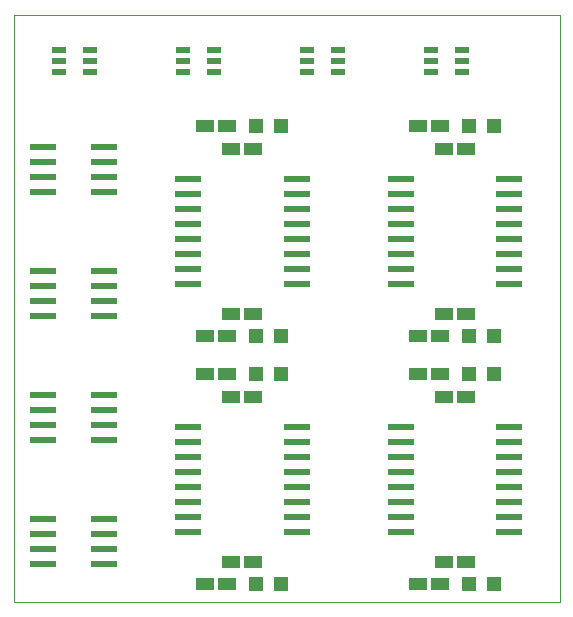
<source format=gtp>
G75*
G70*
%OFA0B0*%
%FSLAX24Y24*%
%IPPOS*%
%LPD*%
%AMOC8*
5,1,8,0,0,1.08239X$1,22.5*
%
%ADD10C,0.0000*%
%ADD11R,0.0472X0.0217*%
%ADD12R,0.0866X0.0236*%
%ADD13R,0.0591X0.0394*%
%ADD14R,0.0472X0.0472*%
D10*
X000141Y000101D02*
X000141Y019687D01*
X018350Y019687D01*
X018350Y000101D01*
X000141Y000101D01*
D11*
X001665Y017762D03*
X001665Y018136D03*
X001665Y018510D03*
X002688Y018510D03*
X002688Y018136D03*
X002688Y017762D03*
X005799Y017762D03*
X005799Y018136D03*
X005799Y018510D03*
X006822Y018510D03*
X006822Y018136D03*
X006822Y017762D03*
X009932Y017762D03*
X009932Y018136D03*
X009932Y018510D03*
X010956Y018510D03*
X010956Y018136D03*
X010956Y017762D03*
X014066Y017762D03*
X014066Y018136D03*
X014066Y018510D03*
X015090Y018510D03*
X015090Y018136D03*
X015090Y017762D03*
D12*
X016661Y014217D03*
X016661Y013717D03*
X016661Y013217D03*
X016661Y012717D03*
X016661Y012217D03*
X016661Y011717D03*
X016661Y011217D03*
X016661Y010717D03*
X013039Y010717D03*
X013039Y011217D03*
X013039Y011717D03*
X013039Y012217D03*
X013039Y012717D03*
X013039Y013217D03*
X013039Y013717D03*
X013039Y014217D03*
X009574Y014217D03*
X009574Y013717D03*
X009574Y013217D03*
X009574Y012717D03*
X009574Y012217D03*
X009574Y011717D03*
X009574Y011217D03*
X009574Y010717D03*
X005952Y010717D03*
X005952Y011217D03*
X005952Y011717D03*
X005952Y012217D03*
X005952Y012717D03*
X005952Y013217D03*
X005952Y013717D03*
X005952Y014217D03*
X003165Y014272D03*
X003165Y014772D03*
X003165Y015272D03*
X003165Y013772D03*
X001117Y013772D03*
X001117Y014272D03*
X001117Y014772D03*
X001117Y015272D03*
X001117Y011139D03*
X001117Y010639D03*
X001117Y010139D03*
X001117Y009639D03*
X003165Y009639D03*
X003165Y010139D03*
X003165Y010639D03*
X003165Y011139D03*
X003165Y007005D03*
X003165Y006505D03*
X003165Y006005D03*
X003165Y005505D03*
X001117Y005505D03*
X001117Y006005D03*
X001117Y006505D03*
X001117Y007005D03*
X001117Y002871D03*
X001117Y002371D03*
X001117Y001871D03*
X001117Y001371D03*
X003165Y001371D03*
X003165Y001871D03*
X003165Y002371D03*
X003165Y002871D03*
X005952Y002949D03*
X005952Y002449D03*
X005952Y003449D03*
X005952Y003949D03*
X005952Y004449D03*
X005952Y004949D03*
X005952Y005449D03*
X005952Y005949D03*
X009574Y005949D03*
X009574Y005449D03*
X009574Y004949D03*
X009574Y004449D03*
X009574Y003949D03*
X009574Y003449D03*
X009574Y002949D03*
X009574Y002449D03*
X013039Y002449D03*
X013039Y002949D03*
X013039Y003449D03*
X013039Y003949D03*
X013039Y004449D03*
X013039Y004949D03*
X013039Y005449D03*
X013039Y005949D03*
X016661Y005949D03*
X016661Y005449D03*
X016661Y004949D03*
X016661Y004449D03*
X016661Y003949D03*
X016661Y003449D03*
X016661Y002949D03*
X016661Y002449D03*
D13*
X015220Y001449D03*
X014480Y001449D03*
X014345Y000699D03*
X013605Y000699D03*
X008133Y001449D03*
X007393Y001449D03*
X007258Y000699D03*
X006518Y000699D03*
X007393Y006949D03*
X007258Y007699D03*
X006518Y007699D03*
X006518Y008967D03*
X007258Y008967D03*
X007393Y009717D03*
X008133Y009717D03*
X008133Y006949D03*
X013605Y007699D03*
X014345Y007699D03*
X014480Y006949D03*
X015220Y006949D03*
X014345Y008967D03*
X013605Y008967D03*
X014480Y009717D03*
X015220Y009717D03*
X015220Y015217D03*
X014480Y015217D03*
X014345Y015967D03*
X013605Y015967D03*
X008133Y015217D03*
X007393Y015217D03*
X007258Y015967D03*
X006518Y015967D03*
D14*
X008225Y015967D03*
X009052Y015967D03*
X015311Y015967D03*
X016138Y015967D03*
X016138Y008967D03*
X015311Y008967D03*
X015311Y007699D03*
X016138Y007699D03*
X016138Y000699D03*
X015311Y000699D03*
X009052Y000699D03*
X008225Y000699D03*
X008225Y007699D03*
X009052Y007699D03*
X009052Y008967D03*
X008225Y008967D03*
M02*

</source>
